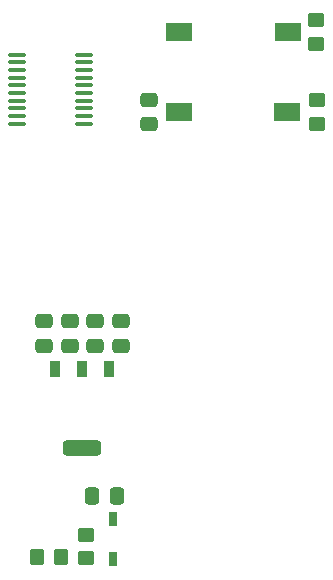
<source format=gbr>
%TF.GenerationSoftware,KiCad,Pcbnew,8.0.2*%
%TF.CreationDate,2025-04-19T12:26:07+02:00*%
%TF.ProjectId,WRadioLogo,57526164-696f-44c6-9f67-6f2e6b696361,rev?*%
%TF.SameCoordinates,Original*%
%TF.FileFunction,Paste,Bot*%
%TF.FilePolarity,Positive*%
%FSLAX46Y46*%
G04 Gerber Fmt 4.6, Leading zero omitted, Abs format (unit mm)*
G04 Created by KiCad (PCBNEW 8.0.2) date 2025-04-19 12:26:07*
%MOMM*%
%LPD*%
G01*
G04 APERTURE LIST*
G04 Aperture macros list*
%AMRoundRect*
0 Rectangle with rounded corners*
0 $1 Rounding radius*
0 $2 $3 $4 $5 $6 $7 $8 $9 X,Y pos of 4 corners*
0 Add a 4 corners polygon primitive as box body*
4,1,4,$2,$3,$4,$5,$6,$7,$8,$9,$2,$3,0*
0 Add four circle primitives for the rounded corners*
1,1,$1+$1,$2,$3*
1,1,$1+$1,$4,$5*
1,1,$1+$1,$6,$7*
1,1,$1+$1,$8,$9*
0 Add four rect primitives between the rounded corners*
20,1,$1+$1,$2,$3,$4,$5,0*
20,1,$1+$1,$4,$5,$6,$7,0*
20,1,$1+$1,$6,$7,$8,$9,0*
20,1,$1+$1,$8,$9,$2,$3,0*%
G04 Aperture macros list end*
%ADD10RoundRect,0.250000X0.475000X-0.337500X0.475000X0.337500X-0.475000X0.337500X-0.475000X-0.337500X0*%
%ADD11RoundRect,0.065100X-0.399900X0.589900X-0.399900X-0.589900X0.399900X-0.589900X0.399900X0.589900X0*%
%ADD12RoundRect,0.314400X-1.305600X0.340600X-1.305600X-0.340600X1.305600X-0.340600X1.305600X0.340600X0*%
%ADD13R,2.180000X1.600000*%
%ADD14RoundRect,0.250000X0.337500X0.475000X-0.337500X0.475000X-0.337500X-0.475000X0.337500X-0.475000X0*%
%ADD15RoundRect,0.250000X-0.450000X0.350000X-0.450000X-0.350000X0.450000X-0.350000X0.450000X0.350000X0*%
%ADD16RoundRect,0.100000X0.637500X0.100000X-0.637500X0.100000X-0.637500X-0.100000X0.637500X-0.100000X0*%
%ADD17R,0.730000X1.210000*%
%ADD18RoundRect,0.250000X0.450000X-0.350000X0.450000X0.350000X-0.450000X0.350000X-0.450000X-0.350000X0*%
%ADD19RoundRect,0.250000X0.350000X0.450000X-0.350000X0.450000X-0.350000X-0.450000X0.350000X-0.450000X0*%
G04 APERTURE END LIST*
D10*
%TO.C,C1*%
X137668000Y-122957500D03*
X137668000Y-120882500D03*
%TD*%
%TO.C,C4*%
X133350000Y-122957500D03*
X133350000Y-120882500D03*
%TD*%
%TO.C,C5*%
X142228500Y-104182500D03*
X142228500Y-102107500D03*
%TD*%
%TO.C,C2*%
X139827000Y-122957500D03*
X139827000Y-120882500D03*
%TD*%
D11*
%TO.C,U2*%
X134235000Y-124925000D03*
X136525000Y-124925000D03*
X138815000Y-124925000D03*
D12*
X136525000Y-131615000D03*
%TD*%
D13*
%TO.C,SW1*%
X153908500Y-103124000D03*
X144728500Y-103124000D03*
%TD*%
D14*
%TO.C,C7*%
X139467500Y-135636000D03*
X137392500Y-135636000D03*
%TD*%
D13*
%TO.C,SW2*%
X144762000Y-96393000D03*
X153942000Y-96393000D03*
%TD*%
D15*
%TO.C,R2*%
X156337000Y-95393000D03*
X156337000Y-97393000D03*
%TD*%
D16*
%TO.C,U1*%
X136720500Y-98294000D03*
X136720500Y-98944000D03*
X136720500Y-99594000D03*
X136720500Y-100244000D03*
X136720500Y-100894000D03*
X136720500Y-101544000D03*
X136720500Y-102194000D03*
X136720500Y-102844000D03*
X136720500Y-103494000D03*
X136720500Y-104144000D03*
X130995500Y-104144000D03*
X130995500Y-103494000D03*
X130995500Y-102844000D03*
X130995500Y-102194000D03*
X130995500Y-101544000D03*
X130995500Y-100894000D03*
X130995500Y-100244000D03*
X130995500Y-99594000D03*
X130995500Y-98944000D03*
X130995500Y-98294000D03*
%TD*%
D10*
%TO.C,C3*%
X135509000Y-122957500D03*
X135509000Y-120882500D03*
%TD*%
D17*
%TO.C,D77*%
X139192000Y-140999000D03*
X139192000Y-137639000D03*
%TD*%
D18*
%TO.C,R4*%
X136906000Y-140954000D03*
X136906000Y-138954000D03*
%TD*%
D15*
%TO.C,R1*%
X156452500Y-102145000D03*
X156452500Y-104145000D03*
%TD*%
D19*
%TO.C,R3*%
X134731000Y-140843000D03*
X132731000Y-140843000D03*
%TD*%
M02*

</source>
